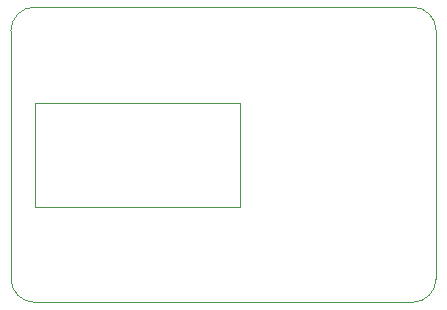
<source format=gbr>
G04 #@! TF.GenerationSoftware,KiCad,Pcbnew,(5.1.6-0-10_14)*
G04 #@! TF.CreationDate,2020-06-02T19:40:10-04:00*
G04 #@! TF.ProjectId,PMW3360_Adapter,504d5733-3336-4305-9f41-646170746572,rev?*
G04 #@! TF.SameCoordinates,Original*
G04 #@! TF.FileFunction,Profile,NP*
%FSLAX46Y46*%
G04 Gerber Fmt 4.6, Leading zero omitted, Abs format (unit mm)*
G04 Created by KiCad (PCBNEW (5.1.6-0-10_14)) date 2020-06-02 19:40:10*
%MOMM*%
%LPD*%
G01*
G04 APERTURE LIST*
G04 #@! TA.AperFunction,Profile*
%ADD10C,0.050000*%
G04 #@! TD*
G04 APERTURE END LIST*
D10*
X81500000Y-58000000D02*
G75*
G02*
X79500000Y-56000000I0J2000000D01*
G01*
X115500000Y-56000000D02*
G75*
G02*
X113500000Y-58000000I-2000000J0D01*
G01*
X113500000Y-33000000D02*
G75*
G02*
X115500000Y-35000000I0J-2000000D01*
G01*
X79500000Y-35000000D02*
G75*
G02*
X81500000Y-33000000I2000000J0D01*
G01*
X79500000Y-56000000D02*
X79500000Y-35000000D01*
X113500000Y-58000000D02*
X81500000Y-58000000D01*
X115500000Y-35000000D02*
X115500000Y-56000000D01*
X81500000Y-33000000D02*
X113500000Y-33000000D01*
X81500000Y-49900000D02*
X81500000Y-41100000D01*
X98900000Y-49900000D02*
X81500000Y-49900000D01*
X98900000Y-41100000D02*
X98900000Y-49900000D01*
X81500000Y-41100000D02*
X98900000Y-41100000D01*
M02*

</source>
